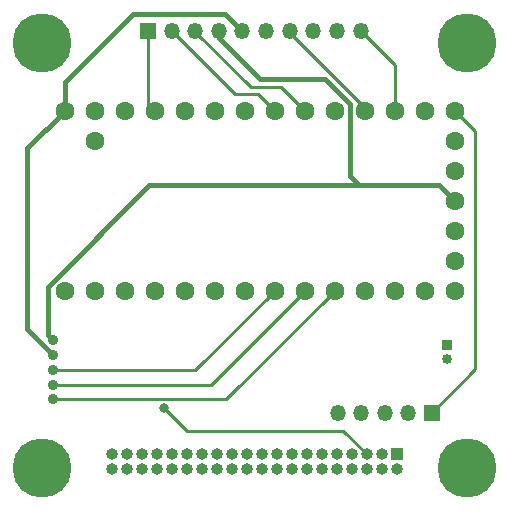
<source format=gbr>
%TF.GenerationSoftware,KiCad,Pcbnew,7.0.10*%
%TF.CreationDate,2024-03-12T14:45:01-04:00*%
%TF.ProjectId,obc,6f62632e-6b69-4636-9164-5f7063625858,rev?*%
%TF.SameCoordinates,Original*%
%TF.FileFunction,Copper,L2,Bot*%
%TF.FilePolarity,Positive*%
%FSLAX46Y46*%
G04 Gerber Fmt 4.6, Leading zero omitted, Abs format (unit mm)*
G04 Created by KiCad (PCBNEW 7.0.10) date 2024-03-12 14:45:01*
%MOMM*%
%LPD*%
G01*
G04 APERTURE LIST*
%TA.AperFunction,ComponentPad*%
%ADD10C,5.000000*%
%TD*%
%TA.AperFunction,ComponentPad*%
%ADD11R,1.350000X1.350000*%
%TD*%
%TA.AperFunction,ComponentPad*%
%ADD12O,1.350000X1.350000*%
%TD*%
%TA.AperFunction,ComponentPad*%
%ADD13C,0.900000*%
%TD*%
%TA.AperFunction,ComponentPad*%
%ADD14R,0.850000X0.850000*%
%TD*%
%TA.AperFunction,ComponentPad*%
%ADD15C,0.850000*%
%TD*%
%TA.AperFunction,ComponentPad*%
%ADD16C,1.600000*%
%TD*%
%TA.AperFunction,ComponentPad*%
%ADD17R,1.000000X1.000000*%
%TD*%
%TA.AperFunction,ComponentPad*%
%ADD18O,1.000000X1.000000*%
%TD*%
%TA.AperFunction,ViaPad*%
%ADD19C,0.800000*%
%TD*%
%TA.AperFunction,Conductor*%
%ADD20C,0.250000*%
%TD*%
%TA.AperFunction,Conductor*%
%ADD21C,0.400000*%
%TD*%
G04 APERTURE END LIST*
D10*
%TO.P,H2,1,1*%
%TO.N,unconnected-(H2-Pad1)*%
X53000000Y-53000000D03*
%TD*%
%TO.P,H4,1,1*%
%TO.N,unconnected-(H4-Pad1)*%
X89000000Y-89000000D03*
%TD*%
D11*
%TO.P,J1,1,RESET*%
%TO.N,RESET*%
X62000000Y-52000000D03*
D12*
%TO.P,J1,2,SCL0*%
%TO.N,SCL0*%
X64000000Y-52000000D03*
%TO.P,J1,3,SDA1*%
%TO.N,SDA0*%
X66000000Y-52000000D03*
%TO.P,J1,4,GND*%
%TO.N,GND*%
X68000000Y-52000000D03*
%TO.P,J1,5,5V*%
%TO.N,5V*%
X70000000Y-52000000D03*
%TO.P,J1,6,3V3*%
%TO.N,3V3*%
X72000000Y-52000000D03*
%TO.P,J1,7,A0_SCL1_RX1*%
%TO.N,SCL1{slash}TX1*%
X74000000Y-52000000D03*
%TO.P,J1,8,A1_SDA1_TX1*%
%TO.N,SDA1{slash}RX1*%
X76000000Y-52000000D03*
%TO.P,J1,9,A2_RX2*%
%TO.N,RX2*%
X78000000Y-52000000D03*
%TO.P,J1,10,A3_TX2*%
%TO.N,TX2*%
X80000000Y-52000000D03*
%TD*%
D13*
%TO.P,J3,1,1*%
%TO.N,RXD*%
X53985000Y-83160000D03*
%TO.P,J3,2,2*%
%TO.N,TXD*%
X53985000Y-81910000D03*
%TO.P,J3,3,3*%
%TO.N,ON{slash}OFF*%
X53985000Y-80660000D03*
%TO.P,J3,4,4*%
%TO.N,5V*%
X53985000Y-79410000D03*
%TO.P,J3,5,5*%
%TO.N,GND*%
X53985000Y-78160000D03*
%TD*%
D11*
%TO.P,J5,1,CLK*%
%TO.N,Net-(J5-CLK)*%
X86050000Y-84275000D03*
D12*
%TO.P,J5,2,SO*%
%TO.N,Net-(J5-SO)*%
X84050000Y-84275000D03*
%TO.P,J5,3,SI*%
%TO.N,Net-(J5-SI)*%
X82050000Y-84275000D03*
%TO.P,J5,4,CS*%
%TO.N,Net-(J5-CS)*%
X80050000Y-84275000D03*
%TO.P,J5,5,DET*%
%TO.N,Net-(J5-DET)*%
X78050000Y-84275000D03*
%TD*%
D14*
%TO.P,J6,1,1*%
%TO.N,5V*%
X87300002Y-78525001D03*
D15*
%TO.P,J6,2,2*%
%TO.N,Net-(J4-5V-Pad1)*%
X87300002Y-79775001D03*
%TD*%
D10*
%TO.P,H1,1,1*%
%TO.N,unconnected-(H1-Pad1)*%
X89000000Y-53000000D03*
%TD*%
%TO.P,H3,1,1*%
%TO.N,unconnected-(H3-Pad1)*%
X53000000Y-89000000D03*
%TD*%
D16*
%TO.P,U2,1,GND*%
%TO.N,unconnected-(U2-GND-Pad1)*%
X54940000Y-73950000D03*
%TO.P,U2,2,0_RX1_CRX2_CS1*%
%TO.N,unconnected-(U2-0_RX1_CRX2_CS1-Pad2)*%
X57480000Y-73950000D03*
%TO.P,U2,3,1_TX1_CTX2_MISO1*%
%TO.N,unconnected-(U2-1_TX1_CTX2_MISO1-Pad3)*%
X60020000Y-73950000D03*
%TO.P,U2,4,2_OUT2*%
%TO.N,unconnected-(U2-2_OUT2-Pad4)*%
X62560000Y-73950000D03*
%TO.P,U2,5,3_LRCLK2*%
%TO.N,unconnected-(U2-3_LRCLK2-Pad5)*%
X65100000Y-73950000D03*
%TO.P,U2,6,4_BCLK2*%
%TO.N,unconnected-(U2-4_BCLK2-Pad6)*%
X67640000Y-73950000D03*
%TO.P,U2,7,5_IN2*%
%TO.N,unconnected-(U2-5_IN2-Pad7)*%
X70180000Y-73950000D03*
%TO.P,U2,8,6_OUT1D*%
%TO.N,ON{slash}OFF*%
X72720000Y-73950000D03*
%TO.P,U2,9,7_RX2_OUT1A*%
%TO.N,TXD*%
X75260000Y-73950000D03*
%TO.P,U2,10,8_TX2_IN1*%
%TO.N,RXD*%
X77800000Y-73950000D03*
%TO.P,U2,11,9_OUT1C*%
%TO.N,Net-(J5-DET)*%
X80340000Y-73950000D03*
%TO.P,U2,12,10_CS_MQSR*%
%TO.N,Net-(J5-CS)*%
X82880000Y-73950000D03*
%TO.P,U2,13,11_MOSI_CTX1*%
%TO.N,Net-(J5-SI)*%
X85420000Y-73950000D03*
%TO.P,U2,14,12_MISO_MQSL*%
%TO.N,Net-(J5-SO)*%
X87960000Y-73950000D03*
%TO.P,U2,15,VBAT*%
%TO.N,unconnected-(U2-VBAT-Pad15)*%
X87960000Y-71410000D03*
%TO.P,U2,16,3V3*%
%TO.N,unconnected-(U2-3V3-Pad16)*%
X87960000Y-68870000D03*
%TO.P,U2,17,GND*%
%TO.N,GND*%
X87960000Y-66330000D03*
%TO.P,U2,18,PROGRAM*%
%TO.N,unconnected-(U2-PROGRAM-Pad18)*%
X87960000Y-63790000D03*
%TO.P,U2,19,ON_OFF*%
%TO.N,unconnected-(U2-ON_OFF-Pad19)*%
X87960000Y-61250000D03*
%TO.P,U2,20,13_SCK_CRX1_LED*%
%TO.N,Net-(J5-CLK)*%
X87960000Y-58710000D03*
%TO.P,U2,21,14_A0_TX3_SPDIF_OUT*%
%TO.N,RX2*%
X85420000Y-58710000D03*
%TO.P,U2,22,15_A1_RX3_SPDIF_IN*%
%TO.N,TX2*%
X82880000Y-58710000D03*
%TO.P,U2,23,16_A2_RX4_SCL1*%
%TO.N,SCL1{slash}TX1*%
X80340000Y-58710000D03*
%TO.P,U2,24,17_A3_TX4_SDA1*%
%TO.N,SDA1{slash}RX1*%
X77800000Y-58710000D03*
%TO.P,U2,25,18_A4_SDA0*%
%TO.N,SDA0*%
X75260000Y-58710000D03*
%TO.P,U2,26,19_A5_SCL0*%
%TO.N,SCL0*%
X72720000Y-58710000D03*
%TO.P,U2,27,20_A6_TX5_LRCLK1*%
%TO.N,unconnected-(U2-20_A6_TX5_LRCLK1-Pad27)*%
X70180000Y-58710000D03*
%TO.P,U2,28,21_A7_RX5_BCLK1*%
%TO.N,unconnected-(U2-21_A7_RX5_BCLK1-Pad28)*%
X67640000Y-58710000D03*
%TO.P,U2,29,22_A8_CTX1*%
%TO.N,SAT_PWR_ENABLE*%
X65100000Y-58710000D03*
%TO.P,U2,30,23_A9_CRX1_MCLK1*%
%TO.N,RESET*%
X62560000Y-58710000D03*
%TO.P,U2,31,3V3*%
%TO.N,3V3*%
X60020000Y-58710000D03*
%TO.P,U2,32,GND*%
%TO.N,unconnected-(U2-GND-Pad32)*%
X57480000Y-58710000D03*
%TO.P,U2,33,VIN*%
%TO.N,5V*%
X54940000Y-58710000D03*
%TO.P,U2,34,VUSB*%
%TO.N,unconnected-(U2-VUSB-Pad34)*%
X57480000Y-61250000D03*
%TD*%
D17*
%TO.P,J4,1,5V*%
%TO.N,Net-(J4-5V-Pad1)*%
X83050000Y-87815000D03*
D18*
%TO.P,J4,2,3V3*%
%TO.N,unconnected-(J4-3V3-Pad2)*%
X83050000Y-89085000D03*
%TO.P,J4,3,5V*%
%TO.N,unconnected-(J4-5V-Pad3)*%
X81780000Y-87815000D03*
%TO.P,J4,4,3V3*%
%TO.N,unconnected-(J4-3V3-Pad4)*%
X81780000Y-89085000D03*
%TO.P,J4,5,SAT_PWR_EN*%
%TO.N,SAT_PWR_ENABLE*%
X80510000Y-87815000D03*
%TO.P,J4,6*%
%TO.N,unconnected-(J4-Pad6)*%
X80510000Y-89085000D03*
%TO.P,J4,7,IMU_INT*%
%TO.N,unconnected-(J4-IMU_INT-Pad7)*%
X79240000Y-87815000D03*
%TO.P,J4,8,GND*%
%TO.N,unconnected-(J4-GND-Pad8)*%
X79240000Y-89085000D03*
%TO.P,J4,9,0*%
%TO.N,unconnected-(J4-0-Pad9)*%
X77970000Y-87815000D03*
%TO.P,J4,10,14*%
%TO.N,unconnected-(J4-14-Pad10)*%
X77970000Y-89085000D03*
%TO.P,J4,11,1*%
%TO.N,unconnected-(J4-1-Pad11)*%
X76700000Y-87815000D03*
%TO.P,J4,12,15*%
%TO.N,unconnected-(J4-15-Pad12)*%
X76700000Y-89085000D03*
%TO.P,J4,13,2*%
%TO.N,unconnected-(J4-2-Pad13)*%
X75430000Y-87815000D03*
%TO.P,J4,14,16*%
%TO.N,unconnected-(J4-16-Pad14)*%
X75430000Y-89085000D03*
%TO.P,J4,15,3*%
%TO.N,unconnected-(J4-3-Pad15)*%
X74160000Y-87815000D03*
%TO.P,J4,16,17*%
%TO.N,unconnected-(J4-17-Pad16)*%
X74160000Y-89085000D03*
%TO.P,J4,17,4*%
%TO.N,unconnected-(J4-4-Pad17)*%
X72890000Y-87815000D03*
%TO.P,J4,18,18*%
%TO.N,unconnected-(J4-Pad18)*%
X72890000Y-89085000D03*
%TO.P,J4,19,5*%
%TO.N,unconnected-(J4-5-Pad19)*%
X71620000Y-87815000D03*
%TO.P,J4,20,19*%
%TO.N,unconnected-(J4-19-Pad20)*%
X71620000Y-89085000D03*
%TO.P,J4,21,GND*%
%TO.N,unconnected-(J4-GND-Pad21)*%
X70350000Y-87815000D03*
%TO.P,J4,22,23*%
%TO.N,unconnected-(J4-23-Pad22)*%
X70350000Y-89085000D03*
%TO.P,J4,23,6*%
%TO.N,unconnected-(J4-6-Pad23)*%
X69080000Y-87815000D03*
%TO.P,J4,24,24*%
%TO.N,unconnected-(J4-Pad24)*%
X69080000Y-89085000D03*
%TO.P,J4,25,7*%
%TO.N,unconnected-(J4-7-Pad25)*%
X67810000Y-87815000D03*
%TO.P,J4,26,22*%
%TO.N,unconnected-(J4-22-Pad26)*%
X67810000Y-89085000D03*
%TO.P,J4,27,8*%
%TO.N,unconnected-(J4-8-Pad27)*%
X66540000Y-87815000D03*
%TO.P,J4,28,30*%
%TO.N,unconnected-(J4-30-Pad28)*%
X66540000Y-89085000D03*
%TO.P,J4,29,3V3*%
%TO.N,unconnected-(J4-3V3-Pad29)*%
X65270000Y-87815000D03*
%TO.P,J4,30,31*%
%TO.N,unconnected-(J4-31-Pad30)*%
X65270000Y-89085000D03*
%TO.P,J4,31,3V3*%
%TO.N,unconnected-(J4-3V3-Pad31)*%
X64000000Y-87815000D03*
%TO.P,J4,32,GND*%
%TO.N,GND*%
X64000000Y-89085000D03*
%TO.P,J4,33,20*%
%TO.N,SDA0*%
X62730000Y-87815000D03*
%TO.P,J4,34,12*%
%TO.N,unconnected-(J4-12-Pad34)*%
X62730000Y-89085000D03*
%TO.P,J4,35,21*%
%TO.N,SCL0*%
X61460000Y-87815000D03*
%TO.P,J4,36,RESET*%
%TO.N,EPS_RESET*%
X61460000Y-89085000D03*
%TO.P,J4,37,9*%
%TO.N,unconnected-(J4-9-Pad37)*%
X60190000Y-87815000D03*
%TO.P,J4,38,32*%
%TO.N,unconnected-(J4-32-Pad38)*%
X60190000Y-89085000D03*
%TO.P,J4,39,GND*%
%TO.N,unconnected-(J4-GND-Pad39)*%
X58920000Y-87815000D03*
%TO.P,J4,40,33*%
%TO.N,unconnected-(J4-33-Pad40)*%
X58920000Y-89085000D03*
%TD*%
D19*
%TO.N,SAT_PWR_ENABLE*%
X63350000Y-83885000D03*
%TD*%
D20*
%TO.N,SCL0*%
X71360000Y-57350000D02*
X72720000Y-58710000D01*
X69400000Y-57350000D02*
X71360000Y-57350000D01*
X64050000Y-52000000D02*
X69400000Y-57350000D01*
X64000000Y-52000000D02*
X64050000Y-52000000D01*
%TO.N,SDA0*%
X70700000Y-56750000D02*
X73300000Y-56750000D01*
X66000000Y-52050000D02*
X70700000Y-56750000D01*
X66000000Y-52000000D02*
X66000000Y-52050000D01*
X73300000Y-56750000D02*
X75260000Y-58710000D01*
D21*
%TO.N,GND*%
X79900000Y-65050000D02*
X86680000Y-65050000D01*
X86680000Y-65050000D02*
X87960000Y-66330000D01*
X79100000Y-58150000D02*
X79100000Y-64250000D01*
X77000000Y-56050000D02*
X79100000Y-58150000D01*
X79100000Y-64250000D02*
X79900000Y-65050000D01*
X68000000Y-52550000D02*
X71500000Y-56050000D01*
X68000000Y-52000000D02*
X68000000Y-52550000D01*
X71500000Y-56050000D02*
X77000000Y-56050000D01*
D20*
%TO.N,TX2*%
X82880000Y-54880000D02*
X82880000Y-58710000D01*
X80000000Y-52000000D02*
X82880000Y-54880000D01*
%TO.N,Net-(J5-CLK)*%
X89700000Y-80625000D02*
X86050000Y-84275000D01*
X89700000Y-60450000D02*
X89700000Y-80625000D01*
X87960000Y-58710000D02*
X89700000Y-60450000D01*
%TO.N,RESET*%
X62000000Y-58150000D02*
X62560000Y-58710000D01*
X62000000Y-52000000D02*
X62000000Y-58150000D01*
%TO.N,SAT_PWR_ENABLE*%
X78545000Y-85850000D02*
X80510000Y-87815000D01*
X63350000Y-83885000D02*
X65315000Y-85850000D01*
X65315000Y-85850000D02*
X78545000Y-85850000D01*
D21*
%TO.N,5V*%
X68550000Y-50550000D02*
X70000000Y-52000000D01*
X60700000Y-50550000D02*
X68550000Y-50550000D01*
X54940000Y-56310000D02*
X60700000Y-50550000D01*
X54940000Y-58710000D02*
X54940000Y-56310000D01*
X51800000Y-77225000D02*
X53985000Y-79410000D01*
X54940000Y-58710000D02*
X51800000Y-61850000D01*
X51800000Y-61850000D02*
X51800000Y-77225000D01*
D20*
%TO.N,RXD*%
X68590000Y-83160000D02*
X77800000Y-73950000D01*
X53985000Y-83160000D02*
X68590000Y-83160000D01*
D21*
%TO.N,GND*%
X53985000Y-78160000D02*
X53535000Y-77710000D01*
X53535000Y-73615000D02*
X62100000Y-65050000D01*
X53535000Y-77710000D02*
X53535000Y-73615000D01*
X62100000Y-65050000D02*
X79900000Y-65050000D01*
D20*
%TO.N,SCL1{slash}TX1*%
X74000000Y-52180000D02*
X80340000Y-58520000D01*
X80340000Y-58520000D02*
X80340000Y-58710000D01*
X74000000Y-52000000D02*
X74000000Y-52180000D01*
%TO.N,TXD*%
X53985000Y-81910000D02*
X67300000Y-81910000D01*
X67300000Y-81910000D02*
X75260000Y-73950000D01*
%TO.N,ON{slash}OFF*%
X66010000Y-80660000D02*
X72720000Y-73950000D01*
X53985000Y-80660000D02*
X66010000Y-80660000D01*
%TD*%
M02*

</source>
